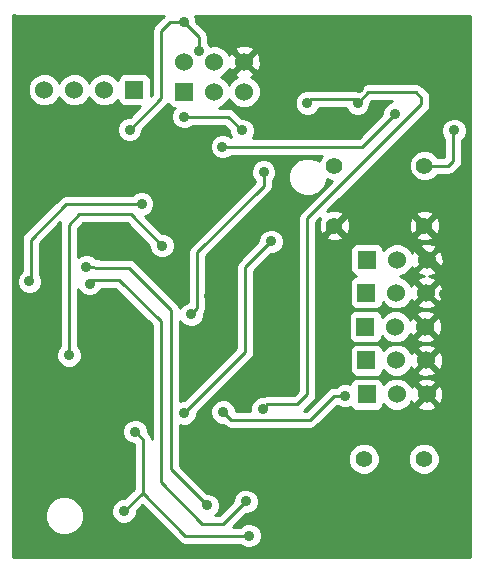
<source format=gbl>
G04 (created by PCBNEW (2013-07-07 BZR 4022)-stable) date 9/14/2015 5:12:49 PM*
%MOIN*%
G04 Gerber Fmt 3.4, Leading zero omitted, Abs format*
%FSLAX34Y34*%
G01*
G70*
G90*
G04 APERTURE LIST*
%ADD10C,0.00590551*%
%ADD11C,0.055*%
%ADD12R,0.06X0.06*%
%ADD13C,0.06*%
%ADD14C,0.056*%
%ADD15C,0.035*%
%ADD16C,0.01*%
G04 APERTURE END LIST*
G54D10*
G54D11*
X40305Y-23443D03*
X40305Y-25443D03*
X37305Y-23443D03*
X37305Y-25443D03*
G54D12*
X30630Y-20916D03*
G54D13*
X29630Y-20916D03*
X28630Y-20916D03*
X27630Y-20916D03*
G54D14*
X40280Y-33217D03*
X38280Y-33217D03*
G54D12*
X32291Y-20980D03*
G54D13*
X32291Y-19980D03*
X33291Y-20980D03*
X33291Y-19980D03*
X34291Y-20980D03*
X34291Y-19980D03*
G54D12*
X38374Y-31066D03*
G54D13*
X39374Y-31066D03*
X40374Y-31066D03*
G54D12*
X38370Y-29929D03*
G54D13*
X39370Y-29929D03*
X40370Y-29929D03*
G54D12*
X38338Y-28811D03*
G54D13*
X39338Y-28811D03*
X40338Y-28811D03*
G54D12*
X38362Y-27677D03*
G54D13*
X39362Y-27677D03*
X40362Y-27677D03*
G54D12*
X38385Y-26578D03*
G54D13*
X39385Y-26578D03*
X40385Y-26578D03*
G54D15*
X33053Y-34768D03*
X29032Y-26824D03*
X34450Y-35779D03*
X30287Y-34960D03*
X30661Y-32309D03*
X34915Y-31552D03*
X34348Y-34634D03*
X29140Y-27377D03*
X38072Y-21355D03*
X36399Y-21355D03*
X28455Y-29762D03*
X31555Y-26112D03*
X31605Y-26932D03*
X27805Y-24432D03*
X33757Y-33799D03*
X34837Y-34006D03*
X35776Y-20830D03*
X38107Y-20865D03*
X40948Y-27728D03*
X40039Y-26063D03*
X32425Y-22490D03*
X31417Y-23714D03*
X33116Y-27788D03*
X33907Y-27837D03*
X32295Y-21812D03*
X34215Y-22272D03*
X33590Y-31652D03*
X37649Y-31112D03*
X30875Y-24720D03*
X27138Y-27305D03*
X34945Y-23662D03*
X32525Y-28402D03*
X41295Y-22272D03*
X33571Y-22811D03*
X39325Y-21719D03*
X30477Y-22244D03*
X32275Y-18652D03*
X32775Y-19632D03*
X32290Y-31697D03*
X35195Y-25968D03*
G54D16*
X31855Y-33570D02*
X33053Y-34768D01*
X31855Y-28242D02*
X31855Y-33570D01*
X30455Y-26842D02*
X31855Y-28242D01*
X29576Y-26842D02*
X30455Y-26842D01*
X29032Y-26824D02*
X29576Y-26842D01*
X30906Y-34341D02*
X30906Y-34354D01*
X32330Y-35779D02*
X34450Y-35779D01*
X30906Y-34354D02*
X32330Y-35779D01*
X30913Y-34334D02*
X30906Y-34341D01*
X30906Y-34341D02*
X30287Y-34960D01*
X30913Y-32561D02*
X30913Y-34334D01*
X30661Y-32309D02*
X30913Y-32561D01*
X38431Y-20996D02*
X38072Y-21355D01*
X40021Y-20996D02*
X38431Y-20996D01*
X40201Y-21176D02*
X40021Y-20996D01*
X40201Y-21402D02*
X40201Y-21176D01*
X36399Y-25204D02*
X40201Y-21402D01*
X36399Y-31068D02*
X36399Y-25204D01*
X36065Y-31402D02*
X36399Y-31068D01*
X35065Y-31402D02*
X36065Y-31402D01*
X34915Y-31552D02*
X35065Y-31402D01*
X34341Y-34634D02*
X34348Y-34634D01*
X33585Y-35390D02*
X34341Y-34634D01*
X32896Y-35390D02*
X33585Y-35390D01*
X31510Y-34004D02*
X32896Y-35390D01*
X31510Y-28636D02*
X31510Y-34004D01*
X30124Y-27250D02*
X31510Y-28636D01*
X29267Y-27250D02*
X30124Y-27250D01*
X29140Y-27377D02*
X29267Y-27250D01*
X38072Y-21355D02*
X37946Y-21229D01*
X37946Y-21229D02*
X36525Y-21229D01*
X36525Y-21229D02*
X36399Y-21355D01*
X28455Y-25422D02*
X28455Y-29762D01*
X28805Y-25072D02*
X28455Y-25422D01*
X30515Y-25072D02*
X28805Y-25072D01*
X31555Y-26112D02*
X30515Y-25072D01*
X32065Y-26472D02*
X31605Y-26932D01*
X32065Y-24982D02*
X32065Y-26472D01*
X31265Y-24182D02*
X32065Y-24982D01*
X28055Y-24182D02*
X31265Y-24182D01*
X27805Y-24432D02*
X28055Y-24182D01*
X34630Y-33799D02*
X33757Y-33799D01*
X34837Y-34006D02*
X34630Y-33799D01*
X38072Y-20830D02*
X35776Y-20830D01*
X38107Y-20865D02*
X38072Y-20830D01*
X40948Y-26972D02*
X40948Y-27728D01*
X40039Y-26063D02*
X40948Y-26972D01*
X32425Y-22706D02*
X32425Y-22490D01*
X31417Y-23714D02*
X32425Y-22706D01*
X33116Y-27788D02*
X33165Y-27837D01*
X33165Y-27837D02*
X33907Y-27837D01*
X33755Y-21812D02*
X32295Y-21812D01*
X34215Y-22272D02*
X33755Y-21812D01*
X33590Y-31652D02*
X33851Y-31913D01*
X33851Y-31913D02*
X36484Y-31913D01*
X36484Y-31913D02*
X37285Y-31112D01*
X37285Y-31112D02*
X37649Y-31112D01*
X28367Y-24720D02*
X30875Y-24720D01*
X27179Y-25908D02*
X28367Y-24720D01*
X27179Y-27264D02*
X27179Y-25908D01*
X27138Y-27305D02*
X27179Y-27264D01*
X34945Y-24112D02*
X34945Y-23662D01*
X32725Y-26332D02*
X34945Y-24112D01*
X32725Y-28202D02*
X32725Y-26332D01*
X32525Y-28402D02*
X32725Y-28202D01*
X41104Y-23443D02*
X40305Y-23443D01*
X41265Y-23282D02*
X41104Y-23443D01*
X41265Y-22302D02*
X41265Y-23282D01*
X41295Y-22272D02*
X41265Y-22302D01*
X38233Y-22811D02*
X33571Y-22811D01*
X39325Y-21719D02*
X38233Y-22811D01*
X31822Y-18652D02*
X32275Y-18652D01*
X31527Y-18947D02*
X31822Y-18652D01*
X31527Y-21194D02*
X31527Y-18947D01*
X30477Y-22244D02*
X31527Y-21194D01*
X32275Y-18652D02*
X32775Y-19152D01*
X32775Y-19152D02*
X32775Y-19632D01*
X34330Y-29657D02*
X32290Y-31697D01*
X34330Y-26833D02*
X34330Y-29657D01*
X35195Y-25968D02*
X34330Y-26833D01*
G54D10*
G36*
X41835Y-36486D02*
X41720Y-36486D01*
X41720Y-22188D01*
X41655Y-22032D01*
X41536Y-21912D01*
X41379Y-21847D01*
X41210Y-21847D01*
X41054Y-21911D01*
X40934Y-22031D01*
X40870Y-22187D01*
X40869Y-22356D01*
X40934Y-22512D01*
X40965Y-22543D01*
X40965Y-23143D01*
X40747Y-23143D01*
X40602Y-22998D01*
X40409Y-22918D01*
X40201Y-22917D01*
X40008Y-22997D01*
X39860Y-23145D01*
X39780Y-23338D01*
X39779Y-23546D01*
X39859Y-23740D01*
X40007Y-23887D01*
X40200Y-23967D01*
X40408Y-23968D01*
X40602Y-23888D01*
X40747Y-23743D01*
X41104Y-23743D01*
X41104Y-23742D01*
X41219Y-23720D01*
X41219Y-23720D01*
X41316Y-23655D01*
X41477Y-23494D01*
X41477Y-23494D01*
X41542Y-23397D01*
X41564Y-23282D01*
X41565Y-23282D01*
X41565Y-22603D01*
X41655Y-22513D01*
X41719Y-22357D01*
X41720Y-22188D01*
X41720Y-36486D01*
X40940Y-36486D01*
X40940Y-26660D01*
X40929Y-26441D01*
X40867Y-26290D01*
X40834Y-26281D01*
X40834Y-25518D01*
X40823Y-25310D01*
X40765Y-25170D01*
X40672Y-25145D01*
X40602Y-25216D01*
X40602Y-25075D01*
X40577Y-24982D01*
X40380Y-24913D01*
X40172Y-24924D01*
X40032Y-24982D01*
X40007Y-25075D01*
X40305Y-25372D01*
X40602Y-25075D01*
X40602Y-25216D01*
X40375Y-25443D01*
X40672Y-25740D01*
X40765Y-25715D01*
X40834Y-25518D01*
X40834Y-26281D01*
X40771Y-26263D01*
X40701Y-26334D01*
X40701Y-26192D01*
X40673Y-26097D01*
X40602Y-26071D01*
X40602Y-25810D01*
X40305Y-25513D01*
X40234Y-25584D01*
X40234Y-25443D01*
X39937Y-25145D01*
X39844Y-25170D01*
X39775Y-25367D01*
X39786Y-25575D01*
X39844Y-25715D01*
X39937Y-25740D01*
X40234Y-25443D01*
X40234Y-25584D01*
X40007Y-25810D01*
X40032Y-25903D01*
X40229Y-25972D01*
X40437Y-25961D01*
X40577Y-25903D01*
X40602Y-25810D01*
X40602Y-26071D01*
X40467Y-26023D01*
X40249Y-26034D01*
X40097Y-26097D01*
X40070Y-26192D01*
X40385Y-26508D01*
X40701Y-26192D01*
X40701Y-26334D01*
X40456Y-26578D01*
X40771Y-26893D01*
X40867Y-26866D01*
X40940Y-26660D01*
X40940Y-36486D01*
X40928Y-36486D01*
X40928Y-31148D01*
X40924Y-31070D01*
X40924Y-30010D01*
X40916Y-29853D01*
X40916Y-27758D01*
X40906Y-27540D01*
X40843Y-27389D01*
X40748Y-27361D01*
X40701Y-27409D01*
X40701Y-26964D01*
X40385Y-26649D01*
X40315Y-26720D01*
X40315Y-26578D01*
X39999Y-26263D01*
X39904Y-26290D01*
X39884Y-26346D01*
X39852Y-26267D01*
X39697Y-26112D01*
X39495Y-26028D01*
X39276Y-26028D01*
X39074Y-26112D01*
X38935Y-26250D01*
X38935Y-26229D01*
X38897Y-26137D01*
X38827Y-26066D01*
X38735Y-26028D01*
X38636Y-26028D01*
X38036Y-26028D01*
X37944Y-26066D01*
X37874Y-26136D01*
X37835Y-26228D01*
X37835Y-26328D01*
X37835Y-26928D01*
X37873Y-27020D01*
X37944Y-27090D01*
X38032Y-27127D01*
X38012Y-27127D01*
X37920Y-27165D01*
X37850Y-27235D01*
X37834Y-27272D01*
X37834Y-25518D01*
X37823Y-25310D01*
X37765Y-25170D01*
X37672Y-25145D01*
X37375Y-25443D01*
X37672Y-25740D01*
X37765Y-25715D01*
X37834Y-25518D01*
X37834Y-27272D01*
X37812Y-27327D01*
X37812Y-27426D01*
X37812Y-28026D01*
X37850Y-28118D01*
X37920Y-28188D01*
X38012Y-28227D01*
X38111Y-28227D01*
X38711Y-28227D01*
X38803Y-28189D01*
X38874Y-28118D01*
X38912Y-28027D01*
X38912Y-28004D01*
X39050Y-28143D01*
X39252Y-28227D01*
X39471Y-28227D01*
X39673Y-28143D01*
X39828Y-27989D01*
X39859Y-27913D01*
X39880Y-27965D01*
X39976Y-27992D01*
X40291Y-27677D01*
X39976Y-27361D01*
X39880Y-27389D01*
X39861Y-27444D01*
X39828Y-27366D01*
X39674Y-27211D01*
X39475Y-27128D01*
X39494Y-27128D01*
X39696Y-27045D01*
X39851Y-26890D01*
X39883Y-26815D01*
X39904Y-26866D01*
X39999Y-26893D01*
X40315Y-26578D01*
X40315Y-26720D01*
X40070Y-26964D01*
X40097Y-27059D01*
X40293Y-27129D01*
X40225Y-27133D01*
X40074Y-27195D01*
X40047Y-27291D01*
X40362Y-27606D01*
X40677Y-27291D01*
X40650Y-27195D01*
X40454Y-27126D01*
X40522Y-27122D01*
X40673Y-27059D01*
X40701Y-26964D01*
X40701Y-27409D01*
X40432Y-27677D01*
X40748Y-27992D01*
X40843Y-27965D01*
X40916Y-27758D01*
X40916Y-29853D01*
X40913Y-29792D01*
X40893Y-29742D01*
X40893Y-28892D01*
X40882Y-28674D01*
X40819Y-28523D01*
X40724Y-28495D01*
X40677Y-28542D01*
X40677Y-28063D01*
X40362Y-27747D01*
X40047Y-28063D01*
X40074Y-28158D01*
X40280Y-28231D01*
X40498Y-28221D01*
X40650Y-28158D01*
X40677Y-28063D01*
X40677Y-28542D01*
X40653Y-28566D01*
X40653Y-28425D01*
X40626Y-28329D01*
X40420Y-28256D01*
X40201Y-28267D01*
X40050Y-28329D01*
X40023Y-28425D01*
X40338Y-28740D01*
X40653Y-28425D01*
X40653Y-28566D01*
X40409Y-28811D01*
X40724Y-29126D01*
X40819Y-29098D01*
X40893Y-28892D01*
X40893Y-29742D01*
X40851Y-29641D01*
X40755Y-29613D01*
X40685Y-29684D01*
X40685Y-29543D01*
X40657Y-29447D01*
X40653Y-29446D01*
X40653Y-29196D01*
X40338Y-28881D01*
X40267Y-28952D01*
X40267Y-28811D01*
X39952Y-28495D01*
X39857Y-28523D01*
X39837Y-28578D01*
X39805Y-28499D01*
X39650Y-28345D01*
X39448Y-28261D01*
X39229Y-28260D01*
X39027Y-28344D01*
X38888Y-28483D01*
X38888Y-28461D01*
X38850Y-28369D01*
X38780Y-28299D01*
X38688Y-28261D01*
X38589Y-28260D01*
X37989Y-28260D01*
X37897Y-28298D01*
X37826Y-28369D01*
X37788Y-28461D01*
X37788Y-28560D01*
X37788Y-29160D01*
X37826Y-29252D01*
X37896Y-29322D01*
X37988Y-29360D01*
X38088Y-29361D01*
X38688Y-29361D01*
X38780Y-29323D01*
X38850Y-29252D01*
X38888Y-29160D01*
X38888Y-29138D01*
X39026Y-29277D01*
X39228Y-29360D01*
X39447Y-29361D01*
X39649Y-29277D01*
X39804Y-29122D01*
X39835Y-29047D01*
X39857Y-29098D01*
X39952Y-29126D01*
X40267Y-28811D01*
X40267Y-28952D01*
X40023Y-29196D01*
X40050Y-29292D01*
X40256Y-29365D01*
X40475Y-29354D01*
X40626Y-29292D01*
X40653Y-29196D01*
X40653Y-29446D01*
X40451Y-29374D01*
X40233Y-29385D01*
X40082Y-29447D01*
X40054Y-29543D01*
X40370Y-29858D01*
X40685Y-29543D01*
X40685Y-29684D01*
X40440Y-29929D01*
X40755Y-30244D01*
X40851Y-30216D01*
X40924Y-30010D01*
X40924Y-31070D01*
X40917Y-30930D01*
X40855Y-30779D01*
X40759Y-30751D01*
X40689Y-30822D01*
X40689Y-30681D01*
X40685Y-30667D01*
X40685Y-30315D01*
X40370Y-29999D01*
X40299Y-30070D01*
X40299Y-29929D01*
X39984Y-29613D01*
X39888Y-29641D01*
X39869Y-29696D01*
X39836Y-29617D01*
X39682Y-29463D01*
X39479Y-29379D01*
X39261Y-29379D01*
X39058Y-29462D01*
X38920Y-29601D01*
X38920Y-29579D01*
X38882Y-29487D01*
X38811Y-29417D01*
X38720Y-29379D01*
X38620Y-29379D01*
X38020Y-29379D01*
X37928Y-29417D01*
X37858Y-29487D01*
X37820Y-29579D01*
X37820Y-29678D01*
X37820Y-30278D01*
X37858Y-30370D01*
X37928Y-30440D01*
X38020Y-30479D01*
X38119Y-30479D01*
X38719Y-30479D01*
X38811Y-30441D01*
X38881Y-30370D01*
X38920Y-30279D01*
X38920Y-30256D01*
X39058Y-30395D01*
X39260Y-30479D01*
X39479Y-30479D01*
X39681Y-30395D01*
X39836Y-30241D01*
X39867Y-30165D01*
X39888Y-30216D01*
X39984Y-30244D01*
X40299Y-29929D01*
X40299Y-30070D01*
X40054Y-30315D01*
X40082Y-30410D01*
X40288Y-30483D01*
X40506Y-30472D01*
X40657Y-30410D01*
X40685Y-30315D01*
X40685Y-30667D01*
X40661Y-30585D01*
X40455Y-30512D01*
X40237Y-30523D01*
X40086Y-30585D01*
X40058Y-30681D01*
X40374Y-30996D01*
X40689Y-30681D01*
X40689Y-30822D01*
X40444Y-31066D01*
X40759Y-31382D01*
X40855Y-31354D01*
X40928Y-31148D01*
X40928Y-36486D01*
X40810Y-36486D01*
X40810Y-33112D01*
X40729Y-32917D01*
X40689Y-32877D01*
X40689Y-31452D01*
X40374Y-31137D01*
X40058Y-31452D01*
X40086Y-31548D01*
X40292Y-31621D01*
X40510Y-31610D01*
X40661Y-31548D01*
X40689Y-31452D01*
X40689Y-32877D01*
X40580Y-32768D01*
X40385Y-32687D01*
X40175Y-32687D01*
X39980Y-32767D01*
X39830Y-32916D01*
X39750Y-33111D01*
X39749Y-33322D01*
X39830Y-33517D01*
X39979Y-33666D01*
X40174Y-33747D01*
X40384Y-33747D01*
X40579Y-33667D01*
X40729Y-33518D01*
X40809Y-33323D01*
X40810Y-33112D01*
X40810Y-36486D01*
X38810Y-36486D01*
X38810Y-33112D01*
X38729Y-32917D01*
X38580Y-32768D01*
X38385Y-32687D01*
X38175Y-32687D01*
X37980Y-32767D01*
X37830Y-32916D01*
X37750Y-33111D01*
X37749Y-33322D01*
X37830Y-33517D01*
X37979Y-33666D01*
X38174Y-33747D01*
X38384Y-33747D01*
X38579Y-33667D01*
X38729Y-33518D01*
X38809Y-33323D01*
X38810Y-33112D01*
X38810Y-36486D01*
X28941Y-36486D01*
X28941Y-34986D01*
X28843Y-34749D01*
X28662Y-34568D01*
X28426Y-34470D01*
X28170Y-34469D01*
X27933Y-34567D01*
X27752Y-34748D01*
X27654Y-34984D01*
X27654Y-35240D01*
X27752Y-35477D01*
X27933Y-35658D01*
X28169Y-35756D01*
X28425Y-35757D01*
X28662Y-35659D01*
X28843Y-35478D01*
X28941Y-35242D01*
X28941Y-34986D01*
X28941Y-36486D01*
X26589Y-36486D01*
X26589Y-18432D01*
X26624Y-18432D01*
X26670Y-18441D01*
X26740Y-18441D01*
X31609Y-18441D01*
X31314Y-18735D01*
X31249Y-18832D01*
X31227Y-18947D01*
X31227Y-21070D01*
X31180Y-21117D01*
X31180Y-20566D01*
X31142Y-20475D01*
X31071Y-20404D01*
X30979Y-20366D01*
X30880Y-20366D01*
X30280Y-20366D01*
X30188Y-20404D01*
X30118Y-20474D01*
X30080Y-20566D01*
X30080Y-20588D01*
X29941Y-20450D01*
X29739Y-20366D01*
X29521Y-20366D01*
X29318Y-20449D01*
X29164Y-20604D01*
X29130Y-20686D01*
X29096Y-20605D01*
X28941Y-20450D01*
X28739Y-20366D01*
X28521Y-20366D01*
X28318Y-20449D01*
X28164Y-20604D01*
X28130Y-20686D01*
X28096Y-20605D01*
X27941Y-20450D01*
X27739Y-20366D01*
X27521Y-20366D01*
X27318Y-20449D01*
X27164Y-20604D01*
X27080Y-20806D01*
X27079Y-21025D01*
X27163Y-21227D01*
X27318Y-21382D01*
X27520Y-21466D01*
X27738Y-21466D01*
X27941Y-21383D01*
X28095Y-21228D01*
X28129Y-21146D01*
X28163Y-21227D01*
X28318Y-21382D01*
X28520Y-21466D01*
X28738Y-21466D01*
X28941Y-21383D01*
X29095Y-21228D01*
X29129Y-21146D01*
X29163Y-21227D01*
X29318Y-21382D01*
X29520Y-21466D01*
X29738Y-21466D01*
X29941Y-21383D01*
X30079Y-21244D01*
X30079Y-21266D01*
X30117Y-21357D01*
X30188Y-21428D01*
X30280Y-21466D01*
X30379Y-21466D01*
X30830Y-21466D01*
X30477Y-21819D01*
X30392Y-21819D01*
X30236Y-21883D01*
X30116Y-22003D01*
X30052Y-22159D01*
X30051Y-22328D01*
X30116Y-22484D01*
X30235Y-22604D01*
X30392Y-22669D01*
X30561Y-22669D01*
X30717Y-22605D01*
X30837Y-22485D01*
X30901Y-22329D01*
X30902Y-22243D01*
X31739Y-21406D01*
X31739Y-21406D01*
X31760Y-21375D01*
X31779Y-21421D01*
X31849Y-21492D01*
X31941Y-21530D01*
X31976Y-21530D01*
X31934Y-21571D01*
X31870Y-21727D01*
X31869Y-21896D01*
X31934Y-22052D01*
X32053Y-22172D01*
X32210Y-22237D01*
X32379Y-22237D01*
X32535Y-22173D01*
X32596Y-22112D01*
X33630Y-22112D01*
X33790Y-22271D01*
X33789Y-22356D01*
X33841Y-22480D01*
X33812Y-22451D01*
X33655Y-22386D01*
X33486Y-22386D01*
X33330Y-22450D01*
X33210Y-22570D01*
X33146Y-22726D01*
X33145Y-22895D01*
X33210Y-23051D01*
X33329Y-23171D01*
X33486Y-23236D01*
X33655Y-23236D01*
X33811Y-23172D01*
X33872Y-23111D01*
X36893Y-23111D01*
X36860Y-23145D01*
X36797Y-23297D01*
X36772Y-23273D01*
X36536Y-23175D01*
X36280Y-23174D01*
X36043Y-23272D01*
X35862Y-23453D01*
X35764Y-23689D01*
X35764Y-23945D01*
X35862Y-24182D01*
X36043Y-24363D01*
X36279Y-24461D01*
X36535Y-24462D01*
X36772Y-24364D01*
X36953Y-24183D01*
X37051Y-23947D01*
X37051Y-23906D01*
X37200Y-23967D01*
X37211Y-23967D01*
X36186Y-24992D01*
X36121Y-25089D01*
X36099Y-25204D01*
X36099Y-30944D01*
X35940Y-31102D01*
X35620Y-31102D01*
X35620Y-25884D01*
X35555Y-25728D01*
X35436Y-25608D01*
X35279Y-25543D01*
X35110Y-25543D01*
X34954Y-25607D01*
X34834Y-25727D01*
X34770Y-25883D01*
X34769Y-25969D01*
X34117Y-26621D01*
X34052Y-26718D01*
X34030Y-26833D01*
X34030Y-29533D01*
X32290Y-31272D01*
X32205Y-31272D01*
X32155Y-31293D01*
X32155Y-28619D01*
X32164Y-28642D01*
X32283Y-28762D01*
X32440Y-28827D01*
X32609Y-28827D01*
X32765Y-28763D01*
X32885Y-28643D01*
X32949Y-28487D01*
X32950Y-28395D01*
X32950Y-28395D01*
X33002Y-28317D01*
X33024Y-28202D01*
X33025Y-28202D01*
X33025Y-26456D01*
X35157Y-24324D01*
X35157Y-24324D01*
X35222Y-24227D01*
X35244Y-24112D01*
X35245Y-24112D01*
X35245Y-23963D01*
X35305Y-23903D01*
X35369Y-23747D01*
X35370Y-23578D01*
X35305Y-23422D01*
X35186Y-23302D01*
X35029Y-23237D01*
X34860Y-23237D01*
X34704Y-23301D01*
X34584Y-23421D01*
X34520Y-23577D01*
X34519Y-23746D01*
X34584Y-23902D01*
X34645Y-23963D01*
X34645Y-23988D01*
X32512Y-26120D01*
X32447Y-26217D01*
X32425Y-26332D01*
X32425Y-27983D01*
X32284Y-28041D01*
X32164Y-28161D01*
X32147Y-28203D01*
X32132Y-28127D01*
X32067Y-28030D01*
X32067Y-28030D01*
X30667Y-26630D01*
X30569Y-26565D01*
X30455Y-26542D01*
X29587Y-26542D01*
X29585Y-26542D01*
X29343Y-26534D01*
X29273Y-26463D01*
X29116Y-26399D01*
X28947Y-26398D01*
X28791Y-26463D01*
X28755Y-26500D01*
X28755Y-25546D01*
X28929Y-25372D01*
X30390Y-25372D01*
X31130Y-26111D01*
X31129Y-26196D01*
X31194Y-26352D01*
X31313Y-26472D01*
X31470Y-26537D01*
X31639Y-26537D01*
X31795Y-26473D01*
X31915Y-26353D01*
X31979Y-26197D01*
X31980Y-26028D01*
X31915Y-25872D01*
X31796Y-25752D01*
X31639Y-25687D01*
X31554Y-25687D01*
X30996Y-25130D01*
X31115Y-25081D01*
X31235Y-24961D01*
X31299Y-24805D01*
X31300Y-24636D01*
X31235Y-24480D01*
X31116Y-24360D01*
X30959Y-24295D01*
X30790Y-24295D01*
X30634Y-24359D01*
X30573Y-24420D01*
X28367Y-24420D01*
X28252Y-24443D01*
X28154Y-24508D01*
X26966Y-25696D01*
X26901Y-25793D01*
X26879Y-25908D01*
X26879Y-26963D01*
X26777Y-27064D01*
X26713Y-27220D01*
X26712Y-27389D01*
X26777Y-27545D01*
X26896Y-27665D01*
X27053Y-27730D01*
X27222Y-27730D01*
X27378Y-27666D01*
X27498Y-27546D01*
X27562Y-27390D01*
X27563Y-27221D01*
X27498Y-27065D01*
X27479Y-27045D01*
X27479Y-26032D01*
X28171Y-25340D01*
X28155Y-25422D01*
X28155Y-29461D01*
X28094Y-29521D01*
X28030Y-29677D01*
X28029Y-29846D01*
X28094Y-30002D01*
X28213Y-30122D01*
X28370Y-30187D01*
X28539Y-30187D01*
X28695Y-30123D01*
X28815Y-30003D01*
X28879Y-29847D01*
X28880Y-29678D01*
X28815Y-29522D01*
X28755Y-29461D01*
X28755Y-27558D01*
X28779Y-27617D01*
X28898Y-27737D01*
X29055Y-27802D01*
X29224Y-27802D01*
X29380Y-27738D01*
X29500Y-27618D01*
X29528Y-27550D01*
X29999Y-27550D01*
X31210Y-28760D01*
X31210Y-32546D01*
X31190Y-32446D01*
X31125Y-32349D01*
X31125Y-32349D01*
X31085Y-32310D01*
X31086Y-32225D01*
X31021Y-32069D01*
X30902Y-31949D01*
X30745Y-31884D01*
X30576Y-31884D01*
X30420Y-31948D01*
X30300Y-32068D01*
X30236Y-32224D01*
X30235Y-32393D01*
X30300Y-32549D01*
X30419Y-32669D01*
X30576Y-32734D01*
X30613Y-32734D01*
X30613Y-34210D01*
X30288Y-34535D01*
X30203Y-34534D01*
X30047Y-34599D01*
X29927Y-34718D01*
X29862Y-34875D01*
X29862Y-35044D01*
X29926Y-35200D01*
X30046Y-35320D01*
X30202Y-35384D01*
X30371Y-35385D01*
X30527Y-35320D01*
X30647Y-35201D01*
X30712Y-35044D01*
X30712Y-34959D01*
X30899Y-34772D01*
X32118Y-35991D01*
X32118Y-35991D01*
X32215Y-36056D01*
X32330Y-36078D01*
X32330Y-36079D01*
X34148Y-36079D01*
X34208Y-36139D01*
X34365Y-36203D01*
X34534Y-36204D01*
X34690Y-36139D01*
X34810Y-36020D01*
X34874Y-35863D01*
X34875Y-35694D01*
X34810Y-35538D01*
X34691Y-35418D01*
X34534Y-35354D01*
X34365Y-35353D01*
X34209Y-35418D01*
X34148Y-35479D01*
X33920Y-35479D01*
X34340Y-35059D01*
X34432Y-35059D01*
X34588Y-34995D01*
X34708Y-34875D01*
X34772Y-34719D01*
X34773Y-34550D01*
X34708Y-34394D01*
X34589Y-34274D01*
X34432Y-34209D01*
X34263Y-34209D01*
X34107Y-34273D01*
X33987Y-34393D01*
X33923Y-34549D01*
X33923Y-34628D01*
X33460Y-35090D01*
X33332Y-35090D01*
X33413Y-35009D01*
X33477Y-34853D01*
X33478Y-34684D01*
X33413Y-34528D01*
X33294Y-34408D01*
X33137Y-34343D01*
X33052Y-34343D01*
X32155Y-33446D01*
X32155Y-32101D01*
X32205Y-32122D01*
X32374Y-32122D01*
X32530Y-32058D01*
X32650Y-31938D01*
X32714Y-31782D01*
X32715Y-31696D01*
X34542Y-29869D01*
X34542Y-29869D01*
X34607Y-29772D01*
X34629Y-29657D01*
X34630Y-29657D01*
X34630Y-26957D01*
X35194Y-26393D01*
X35279Y-26393D01*
X35435Y-26329D01*
X35555Y-26209D01*
X35619Y-26053D01*
X35620Y-25884D01*
X35620Y-31102D01*
X35065Y-31102D01*
X34950Y-31125D01*
X34946Y-31127D01*
X34830Y-31127D01*
X34674Y-31191D01*
X34554Y-31311D01*
X34490Y-31467D01*
X34489Y-31613D01*
X34015Y-31613D01*
X34015Y-31568D01*
X33951Y-31412D01*
X33831Y-31292D01*
X33675Y-31227D01*
X33506Y-31227D01*
X33350Y-31291D01*
X33230Y-31411D01*
X33165Y-31567D01*
X33165Y-31736D01*
X33229Y-31892D01*
X33349Y-32012D01*
X33505Y-32077D01*
X33591Y-32077D01*
X33639Y-32125D01*
X33639Y-32125D01*
X33736Y-32190D01*
X33851Y-32213D01*
X33851Y-32213D01*
X36484Y-32213D01*
X36484Y-32213D01*
X36598Y-32190D01*
X36598Y-32190D01*
X36696Y-32125D01*
X37378Y-31442D01*
X37408Y-31472D01*
X37564Y-31537D01*
X37733Y-31537D01*
X37853Y-31488D01*
X37861Y-31508D01*
X37932Y-31578D01*
X38024Y-31616D01*
X38123Y-31616D01*
X38723Y-31616D01*
X38815Y-31578D01*
X38885Y-31508D01*
X38923Y-31416D01*
X38923Y-31394D01*
X39062Y-31532D01*
X39264Y-31616D01*
X39482Y-31617D01*
X39685Y-31533D01*
X39840Y-31378D01*
X39871Y-31303D01*
X39892Y-31354D01*
X39988Y-31382D01*
X40303Y-31066D01*
X39988Y-30751D01*
X39892Y-30779D01*
X39873Y-30834D01*
X39840Y-30755D01*
X39685Y-30600D01*
X39483Y-30517D01*
X39265Y-30516D01*
X39062Y-30600D01*
X38924Y-30738D01*
X38924Y-30717D01*
X38886Y-30625D01*
X38815Y-30555D01*
X38723Y-30516D01*
X38624Y-30516D01*
X38024Y-30516D01*
X37932Y-30554D01*
X37862Y-30625D01*
X37824Y-30716D01*
X37824Y-30724D01*
X37734Y-30687D01*
X37602Y-30687D01*
X37602Y-25810D01*
X37305Y-25513D01*
X37007Y-25810D01*
X37032Y-25903D01*
X37229Y-25972D01*
X37437Y-25961D01*
X37577Y-25903D01*
X37602Y-25810D01*
X37602Y-30687D01*
X37565Y-30687D01*
X37409Y-30751D01*
X37348Y-30812D01*
X37285Y-30812D01*
X37170Y-30835D01*
X37072Y-30900D01*
X36359Y-31613D01*
X36278Y-31613D01*
X36611Y-31280D01*
X36611Y-31280D01*
X36676Y-31183D01*
X36698Y-31068D01*
X36699Y-31068D01*
X36699Y-25328D01*
X36837Y-25190D01*
X36775Y-25367D01*
X36786Y-25575D01*
X36844Y-25715D01*
X36937Y-25740D01*
X37234Y-25443D01*
X37228Y-25437D01*
X37299Y-25366D01*
X37305Y-25372D01*
X37602Y-25075D01*
X37577Y-24982D01*
X37380Y-24913D01*
X37172Y-24924D01*
X37054Y-24973D01*
X40413Y-21614D01*
X40413Y-21614D01*
X40478Y-21517D01*
X40500Y-21402D01*
X40501Y-21402D01*
X40501Y-21176D01*
X40478Y-21061D01*
X40413Y-20964D01*
X40413Y-20964D01*
X40233Y-20784D01*
X40135Y-20719D01*
X40021Y-20696D01*
X38431Y-20696D01*
X38316Y-20719D01*
X38218Y-20784D01*
X38072Y-20930D01*
X37987Y-20930D01*
X37975Y-20935D01*
X37946Y-20929D01*
X36525Y-20929D01*
X36495Y-20935D01*
X36483Y-20930D01*
X36314Y-20930D01*
X36158Y-20994D01*
X36038Y-21114D01*
X35974Y-21270D01*
X35973Y-21439D01*
X36038Y-21595D01*
X36157Y-21715D01*
X36314Y-21780D01*
X36483Y-21780D01*
X36639Y-21716D01*
X36759Y-21596D01*
X36786Y-21529D01*
X37684Y-21529D01*
X37711Y-21595D01*
X37830Y-21715D01*
X37987Y-21780D01*
X38156Y-21780D01*
X38312Y-21716D01*
X38432Y-21596D01*
X38496Y-21440D01*
X38497Y-21354D01*
X38555Y-21296D01*
X39235Y-21296D01*
X39084Y-21358D01*
X38964Y-21478D01*
X38900Y-21634D01*
X38899Y-21720D01*
X38108Y-22511D01*
X34846Y-22511D01*
X34846Y-20062D01*
X34835Y-19843D01*
X34772Y-19692D01*
X34677Y-19665D01*
X34606Y-19735D01*
X34606Y-19594D01*
X34579Y-19499D01*
X34373Y-19425D01*
X34154Y-19436D01*
X34003Y-19499D01*
X33976Y-19594D01*
X34291Y-19909D01*
X34606Y-19594D01*
X34606Y-19735D01*
X34362Y-19980D01*
X34677Y-20295D01*
X34772Y-20268D01*
X34846Y-20062D01*
X34846Y-22511D01*
X34575Y-22511D01*
X34639Y-22357D01*
X34640Y-22188D01*
X34575Y-22032D01*
X34456Y-21912D01*
X34299Y-21847D01*
X34214Y-21847D01*
X33967Y-21600D01*
X33869Y-21535D01*
X33755Y-21512D01*
X33443Y-21512D01*
X33602Y-21446D01*
X33757Y-21292D01*
X33791Y-21210D01*
X33824Y-21291D01*
X33979Y-21446D01*
X34181Y-21530D01*
X34400Y-21530D01*
X34602Y-21446D01*
X34757Y-21292D01*
X34841Y-21090D01*
X34841Y-20871D01*
X34757Y-20669D01*
X34603Y-20514D01*
X34527Y-20482D01*
X34579Y-20461D01*
X34606Y-20366D01*
X34291Y-20051D01*
X33976Y-20366D01*
X34003Y-20461D01*
X34058Y-20481D01*
X33980Y-20513D01*
X33825Y-20668D01*
X33791Y-20750D01*
X33757Y-20669D01*
X33603Y-20514D01*
X33521Y-20480D01*
X33602Y-20446D01*
X33757Y-20292D01*
X33788Y-20216D01*
X33810Y-20268D01*
X33905Y-20295D01*
X34220Y-19980D01*
X33905Y-19665D01*
X33810Y-19692D01*
X33790Y-19747D01*
X33757Y-19669D01*
X33603Y-19514D01*
X33401Y-19430D01*
X33182Y-19430D01*
X33155Y-19441D01*
X33135Y-19392D01*
X33075Y-19331D01*
X33075Y-19152D01*
X33052Y-19037D01*
X32987Y-18940D01*
X32987Y-18940D01*
X32699Y-18653D01*
X32700Y-18568D01*
X32647Y-18441D01*
X41835Y-18441D01*
X41835Y-36486D01*
X41835Y-36486D01*
G37*
G54D16*
X41835Y-36486D02*
X41720Y-36486D01*
X41720Y-22188D01*
X41655Y-22032D01*
X41536Y-21912D01*
X41379Y-21847D01*
X41210Y-21847D01*
X41054Y-21911D01*
X40934Y-22031D01*
X40870Y-22187D01*
X40869Y-22356D01*
X40934Y-22512D01*
X40965Y-22543D01*
X40965Y-23143D01*
X40747Y-23143D01*
X40602Y-22998D01*
X40409Y-22918D01*
X40201Y-22917D01*
X40008Y-22997D01*
X39860Y-23145D01*
X39780Y-23338D01*
X39779Y-23546D01*
X39859Y-23740D01*
X40007Y-23887D01*
X40200Y-23967D01*
X40408Y-23968D01*
X40602Y-23888D01*
X40747Y-23743D01*
X41104Y-23743D01*
X41104Y-23742D01*
X41219Y-23720D01*
X41219Y-23720D01*
X41316Y-23655D01*
X41477Y-23494D01*
X41477Y-23494D01*
X41542Y-23397D01*
X41564Y-23282D01*
X41565Y-23282D01*
X41565Y-22603D01*
X41655Y-22513D01*
X41719Y-22357D01*
X41720Y-22188D01*
X41720Y-36486D01*
X40940Y-36486D01*
X40940Y-26660D01*
X40929Y-26441D01*
X40867Y-26290D01*
X40834Y-26281D01*
X40834Y-25518D01*
X40823Y-25310D01*
X40765Y-25170D01*
X40672Y-25145D01*
X40602Y-25216D01*
X40602Y-25075D01*
X40577Y-24982D01*
X40380Y-24913D01*
X40172Y-24924D01*
X40032Y-24982D01*
X40007Y-25075D01*
X40305Y-25372D01*
X40602Y-25075D01*
X40602Y-25216D01*
X40375Y-25443D01*
X40672Y-25740D01*
X40765Y-25715D01*
X40834Y-25518D01*
X40834Y-26281D01*
X40771Y-26263D01*
X40701Y-26334D01*
X40701Y-26192D01*
X40673Y-26097D01*
X40602Y-26071D01*
X40602Y-25810D01*
X40305Y-25513D01*
X40234Y-25584D01*
X40234Y-25443D01*
X39937Y-25145D01*
X39844Y-25170D01*
X39775Y-25367D01*
X39786Y-25575D01*
X39844Y-25715D01*
X39937Y-25740D01*
X40234Y-25443D01*
X40234Y-25584D01*
X40007Y-25810D01*
X40032Y-25903D01*
X40229Y-25972D01*
X40437Y-25961D01*
X40577Y-25903D01*
X40602Y-25810D01*
X40602Y-26071D01*
X40467Y-26023D01*
X40249Y-26034D01*
X40097Y-26097D01*
X40070Y-26192D01*
X40385Y-26508D01*
X40701Y-26192D01*
X40701Y-26334D01*
X40456Y-26578D01*
X40771Y-26893D01*
X40867Y-26866D01*
X40940Y-26660D01*
X40940Y-36486D01*
X40928Y-36486D01*
X40928Y-31148D01*
X40924Y-31070D01*
X40924Y-30010D01*
X40916Y-29853D01*
X40916Y-27758D01*
X40906Y-27540D01*
X40843Y-27389D01*
X40748Y-27361D01*
X40701Y-27409D01*
X40701Y-26964D01*
X40385Y-26649D01*
X40315Y-26720D01*
X40315Y-26578D01*
X39999Y-26263D01*
X39904Y-26290D01*
X39884Y-26346D01*
X39852Y-26267D01*
X39697Y-26112D01*
X39495Y-26028D01*
X39276Y-26028D01*
X39074Y-26112D01*
X38935Y-26250D01*
X38935Y-26229D01*
X38897Y-26137D01*
X38827Y-26066D01*
X38735Y-26028D01*
X38636Y-26028D01*
X38036Y-26028D01*
X37944Y-26066D01*
X37874Y-26136D01*
X37835Y-26228D01*
X37835Y-26328D01*
X37835Y-26928D01*
X37873Y-27020D01*
X37944Y-27090D01*
X38032Y-27127D01*
X38012Y-27127D01*
X37920Y-27165D01*
X37850Y-27235D01*
X37834Y-27272D01*
X37834Y-25518D01*
X37823Y-25310D01*
X37765Y-25170D01*
X37672Y-25145D01*
X37375Y-25443D01*
X37672Y-25740D01*
X37765Y-25715D01*
X37834Y-25518D01*
X37834Y-27272D01*
X37812Y-27327D01*
X37812Y-27426D01*
X37812Y-28026D01*
X37850Y-28118D01*
X37920Y-28188D01*
X38012Y-28227D01*
X38111Y-28227D01*
X38711Y-28227D01*
X38803Y-28189D01*
X38874Y-28118D01*
X38912Y-28027D01*
X38912Y-28004D01*
X39050Y-28143D01*
X39252Y-28227D01*
X39471Y-28227D01*
X39673Y-28143D01*
X39828Y-27989D01*
X39859Y-27913D01*
X39880Y-27965D01*
X39976Y-27992D01*
X40291Y-27677D01*
X39976Y-27361D01*
X39880Y-27389D01*
X39861Y-27444D01*
X39828Y-27366D01*
X39674Y-27211D01*
X39475Y-27128D01*
X39494Y-27128D01*
X39696Y-27045D01*
X39851Y-26890D01*
X39883Y-26815D01*
X39904Y-26866D01*
X39999Y-26893D01*
X40315Y-26578D01*
X40315Y-26720D01*
X40070Y-26964D01*
X40097Y-27059D01*
X40293Y-27129D01*
X40225Y-27133D01*
X40074Y-27195D01*
X40047Y-27291D01*
X40362Y-27606D01*
X40677Y-27291D01*
X40650Y-27195D01*
X40454Y-27126D01*
X40522Y-27122D01*
X40673Y-27059D01*
X40701Y-26964D01*
X40701Y-27409D01*
X40432Y-27677D01*
X40748Y-27992D01*
X40843Y-27965D01*
X40916Y-27758D01*
X40916Y-29853D01*
X40913Y-29792D01*
X40893Y-29742D01*
X40893Y-28892D01*
X40882Y-28674D01*
X40819Y-28523D01*
X40724Y-28495D01*
X40677Y-28542D01*
X40677Y-28063D01*
X40362Y-27747D01*
X40047Y-28063D01*
X40074Y-28158D01*
X40280Y-28231D01*
X40498Y-28221D01*
X40650Y-28158D01*
X40677Y-28063D01*
X40677Y-28542D01*
X40653Y-28566D01*
X40653Y-28425D01*
X40626Y-28329D01*
X40420Y-28256D01*
X40201Y-28267D01*
X40050Y-28329D01*
X40023Y-28425D01*
X40338Y-28740D01*
X40653Y-28425D01*
X40653Y-28566D01*
X40409Y-28811D01*
X40724Y-29126D01*
X40819Y-29098D01*
X40893Y-28892D01*
X40893Y-29742D01*
X40851Y-29641D01*
X40755Y-29613D01*
X40685Y-29684D01*
X40685Y-29543D01*
X40657Y-29447D01*
X40653Y-29446D01*
X40653Y-29196D01*
X40338Y-28881D01*
X40267Y-28952D01*
X40267Y-28811D01*
X39952Y-28495D01*
X39857Y-28523D01*
X39837Y-28578D01*
X39805Y-28499D01*
X39650Y-28345D01*
X39448Y-28261D01*
X39229Y-28260D01*
X39027Y-28344D01*
X38888Y-28483D01*
X38888Y-28461D01*
X38850Y-28369D01*
X38780Y-28299D01*
X38688Y-28261D01*
X38589Y-28260D01*
X37989Y-28260D01*
X37897Y-28298D01*
X37826Y-28369D01*
X37788Y-28461D01*
X37788Y-28560D01*
X37788Y-29160D01*
X37826Y-29252D01*
X37896Y-29322D01*
X37988Y-29360D01*
X38088Y-29361D01*
X38688Y-29361D01*
X38780Y-29323D01*
X38850Y-29252D01*
X38888Y-29160D01*
X38888Y-29138D01*
X39026Y-29277D01*
X39228Y-29360D01*
X39447Y-29361D01*
X39649Y-29277D01*
X39804Y-29122D01*
X39835Y-29047D01*
X39857Y-29098D01*
X39952Y-29126D01*
X40267Y-28811D01*
X40267Y-28952D01*
X40023Y-29196D01*
X40050Y-29292D01*
X40256Y-29365D01*
X40475Y-29354D01*
X40626Y-29292D01*
X40653Y-29196D01*
X40653Y-29446D01*
X40451Y-29374D01*
X40233Y-29385D01*
X40082Y-29447D01*
X40054Y-29543D01*
X40370Y-29858D01*
X40685Y-29543D01*
X40685Y-29684D01*
X40440Y-29929D01*
X40755Y-30244D01*
X40851Y-30216D01*
X40924Y-30010D01*
X40924Y-31070D01*
X40917Y-30930D01*
X40855Y-30779D01*
X40759Y-30751D01*
X40689Y-30822D01*
X40689Y-30681D01*
X40685Y-30667D01*
X40685Y-30315D01*
X40370Y-29999D01*
X40299Y-30070D01*
X40299Y-29929D01*
X39984Y-29613D01*
X39888Y-29641D01*
X39869Y-29696D01*
X39836Y-29617D01*
X39682Y-29463D01*
X39479Y-29379D01*
X39261Y-29379D01*
X39058Y-29462D01*
X38920Y-29601D01*
X38920Y-29579D01*
X38882Y-29487D01*
X38811Y-29417D01*
X38720Y-29379D01*
X38620Y-29379D01*
X38020Y-29379D01*
X37928Y-29417D01*
X37858Y-29487D01*
X37820Y-29579D01*
X37820Y-29678D01*
X37820Y-30278D01*
X37858Y-30370D01*
X37928Y-30440D01*
X38020Y-30479D01*
X38119Y-30479D01*
X38719Y-30479D01*
X38811Y-30441D01*
X38881Y-30370D01*
X38920Y-30279D01*
X38920Y-30256D01*
X39058Y-30395D01*
X39260Y-30479D01*
X39479Y-30479D01*
X39681Y-30395D01*
X39836Y-30241D01*
X39867Y-30165D01*
X39888Y-30216D01*
X39984Y-30244D01*
X40299Y-29929D01*
X40299Y-30070D01*
X40054Y-30315D01*
X40082Y-30410D01*
X40288Y-30483D01*
X40506Y-30472D01*
X40657Y-30410D01*
X40685Y-30315D01*
X40685Y-30667D01*
X40661Y-30585D01*
X40455Y-30512D01*
X40237Y-30523D01*
X40086Y-30585D01*
X40058Y-30681D01*
X40374Y-30996D01*
X40689Y-30681D01*
X40689Y-30822D01*
X40444Y-31066D01*
X40759Y-31382D01*
X40855Y-31354D01*
X40928Y-31148D01*
X40928Y-36486D01*
X40810Y-36486D01*
X40810Y-33112D01*
X40729Y-32917D01*
X40689Y-32877D01*
X40689Y-31452D01*
X40374Y-31137D01*
X40058Y-31452D01*
X40086Y-31548D01*
X40292Y-31621D01*
X40510Y-31610D01*
X40661Y-31548D01*
X40689Y-31452D01*
X40689Y-32877D01*
X40580Y-32768D01*
X40385Y-32687D01*
X40175Y-32687D01*
X39980Y-32767D01*
X39830Y-32916D01*
X39750Y-33111D01*
X39749Y-33322D01*
X39830Y-33517D01*
X39979Y-33666D01*
X40174Y-33747D01*
X40384Y-33747D01*
X40579Y-33667D01*
X40729Y-33518D01*
X40809Y-33323D01*
X40810Y-33112D01*
X40810Y-36486D01*
X38810Y-36486D01*
X38810Y-33112D01*
X38729Y-32917D01*
X38580Y-32768D01*
X38385Y-32687D01*
X38175Y-32687D01*
X37980Y-32767D01*
X37830Y-32916D01*
X37750Y-33111D01*
X37749Y-33322D01*
X37830Y-33517D01*
X37979Y-33666D01*
X38174Y-33747D01*
X38384Y-33747D01*
X38579Y-33667D01*
X38729Y-33518D01*
X38809Y-33323D01*
X38810Y-33112D01*
X38810Y-36486D01*
X28941Y-36486D01*
X28941Y-34986D01*
X28843Y-34749D01*
X28662Y-34568D01*
X28426Y-34470D01*
X28170Y-34469D01*
X27933Y-34567D01*
X27752Y-34748D01*
X27654Y-34984D01*
X27654Y-35240D01*
X27752Y-35477D01*
X27933Y-35658D01*
X28169Y-35756D01*
X28425Y-35757D01*
X28662Y-35659D01*
X28843Y-35478D01*
X28941Y-35242D01*
X28941Y-34986D01*
X28941Y-36486D01*
X26589Y-36486D01*
X26589Y-18432D01*
X26624Y-18432D01*
X26670Y-18441D01*
X26740Y-18441D01*
X31609Y-18441D01*
X31314Y-18735D01*
X31249Y-18832D01*
X31227Y-18947D01*
X31227Y-21070D01*
X31180Y-21117D01*
X31180Y-20566D01*
X31142Y-20475D01*
X31071Y-20404D01*
X30979Y-20366D01*
X30880Y-20366D01*
X30280Y-20366D01*
X30188Y-20404D01*
X30118Y-20474D01*
X30080Y-20566D01*
X30080Y-20588D01*
X29941Y-20450D01*
X29739Y-20366D01*
X29521Y-20366D01*
X29318Y-20449D01*
X29164Y-20604D01*
X29130Y-20686D01*
X29096Y-20605D01*
X28941Y-20450D01*
X28739Y-20366D01*
X28521Y-20366D01*
X28318Y-20449D01*
X28164Y-20604D01*
X28130Y-20686D01*
X28096Y-20605D01*
X27941Y-20450D01*
X27739Y-20366D01*
X27521Y-20366D01*
X27318Y-20449D01*
X27164Y-20604D01*
X27080Y-20806D01*
X27079Y-21025D01*
X27163Y-21227D01*
X27318Y-21382D01*
X27520Y-21466D01*
X27738Y-21466D01*
X27941Y-21383D01*
X28095Y-21228D01*
X28129Y-21146D01*
X28163Y-21227D01*
X28318Y-21382D01*
X28520Y-21466D01*
X28738Y-21466D01*
X28941Y-21383D01*
X29095Y-21228D01*
X29129Y-21146D01*
X29163Y-21227D01*
X29318Y-21382D01*
X29520Y-21466D01*
X29738Y-21466D01*
X29941Y-21383D01*
X30079Y-21244D01*
X30079Y-21266D01*
X30117Y-21357D01*
X30188Y-21428D01*
X30280Y-21466D01*
X30379Y-21466D01*
X30830Y-21466D01*
X30477Y-21819D01*
X30392Y-21819D01*
X30236Y-21883D01*
X30116Y-22003D01*
X30052Y-22159D01*
X30051Y-22328D01*
X30116Y-22484D01*
X30235Y-22604D01*
X30392Y-22669D01*
X30561Y-22669D01*
X30717Y-22605D01*
X30837Y-22485D01*
X30901Y-22329D01*
X30902Y-22243D01*
X31739Y-21406D01*
X31739Y-21406D01*
X31760Y-21375D01*
X31779Y-21421D01*
X31849Y-21492D01*
X31941Y-21530D01*
X31976Y-21530D01*
X31934Y-21571D01*
X31870Y-21727D01*
X31869Y-21896D01*
X31934Y-22052D01*
X32053Y-22172D01*
X32210Y-22237D01*
X32379Y-22237D01*
X32535Y-22173D01*
X32596Y-22112D01*
X33630Y-22112D01*
X33790Y-22271D01*
X33789Y-22356D01*
X33841Y-22480D01*
X33812Y-22451D01*
X33655Y-22386D01*
X33486Y-22386D01*
X33330Y-22450D01*
X33210Y-22570D01*
X33146Y-22726D01*
X33145Y-22895D01*
X33210Y-23051D01*
X33329Y-23171D01*
X33486Y-23236D01*
X33655Y-23236D01*
X33811Y-23172D01*
X33872Y-23111D01*
X36893Y-23111D01*
X36860Y-23145D01*
X36797Y-23297D01*
X36772Y-23273D01*
X36536Y-23175D01*
X36280Y-23174D01*
X36043Y-23272D01*
X35862Y-23453D01*
X35764Y-23689D01*
X35764Y-23945D01*
X35862Y-24182D01*
X36043Y-24363D01*
X36279Y-24461D01*
X36535Y-24462D01*
X36772Y-24364D01*
X36953Y-24183D01*
X37051Y-23947D01*
X37051Y-23906D01*
X37200Y-23967D01*
X37211Y-23967D01*
X36186Y-24992D01*
X36121Y-25089D01*
X36099Y-25204D01*
X36099Y-30944D01*
X35940Y-31102D01*
X35620Y-31102D01*
X35620Y-25884D01*
X35555Y-25728D01*
X35436Y-25608D01*
X35279Y-25543D01*
X35110Y-25543D01*
X34954Y-25607D01*
X34834Y-25727D01*
X34770Y-25883D01*
X34769Y-25969D01*
X34117Y-26621D01*
X34052Y-26718D01*
X34030Y-26833D01*
X34030Y-29533D01*
X32290Y-31272D01*
X32205Y-31272D01*
X32155Y-31293D01*
X32155Y-28619D01*
X32164Y-28642D01*
X32283Y-28762D01*
X32440Y-28827D01*
X32609Y-28827D01*
X32765Y-28763D01*
X32885Y-28643D01*
X32949Y-28487D01*
X32950Y-28395D01*
X32950Y-28395D01*
X33002Y-28317D01*
X33024Y-28202D01*
X33025Y-28202D01*
X33025Y-26456D01*
X35157Y-24324D01*
X35157Y-24324D01*
X35222Y-24227D01*
X35244Y-24112D01*
X35245Y-24112D01*
X35245Y-23963D01*
X35305Y-23903D01*
X35369Y-23747D01*
X35370Y-23578D01*
X35305Y-23422D01*
X35186Y-23302D01*
X35029Y-23237D01*
X34860Y-23237D01*
X34704Y-23301D01*
X34584Y-23421D01*
X34520Y-23577D01*
X34519Y-23746D01*
X34584Y-23902D01*
X34645Y-23963D01*
X34645Y-23988D01*
X32512Y-26120D01*
X32447Y-26217D01*
X32425Y-26332D01*
X32425Y-27983D01*
X32284Y-28041D01*
X32164Y-28161D01*
X32147Y-28203D01*
X32132Y-28127D01*
X32067Y-28030D01*
X32067Y-28030D01*
X30667Y-26630D01*
X30569Y-26565D01*
X30455Y-26542D01*
X29587Y-26542D01*
X29585Y-26542D01*
X29343Y-26534D01*
X29273Y-26463D01*
X29116Y-26399D01*
X28947Y-26398D01*
X28791Y-26463D01*
X28755Y-26500D01*
X28755Y-25546D01*
X28929Y-25372D01*
X30390Y-25372D01*
X31130Y-26111D01*
X31129Y-26196D01*
X31194Y-26352D01*
X31313Y-26472D01*
X31470Y-26537D01*
X31639Y-26537D01*
X31795Y-26473D01*
X31915Y-26353D01*
X31979Y-26197D01*
X31980Y-26028D01*
X31915Y-25872D01*
X31796Y-25752D01*
X31639Y-25687D01*
X31554Y-25687D01*
X30996Y-25130D01*
X31115Y-25081D01*
X31235Y-24961D01*
X31299Y-24805D01*
X31300Y-24636D01*
X31235Y-24480D01*
X31116Y-24360D01*
X30959Y-24295D01*
X30790Y-24295D01*
X30634Y-24359D01*
X30573Y-24420D01*
X28367Y-24420D01*
X28252Y-24443D01*
X28154Y-24508D01*
X26966Y-25696D01*
X26901Y-25793D01*
X26879Y-25908D01*
X26879Y-26963D01*
X26777Y-27064D01*
X26713Y-27220D01*
X26712Y-27389D01*
X26777Y-27545D01*
X26896Y-27665D01*
X27053Y-27730D01*
X27222Y-27730D01*
X27378Y-27666D01*
X27498Y-27546D01*
X27562Y-27390D01*
X27563Y-27221D01*
X27498Y-27065D01*
X27479Y-27045D01*
X27479Y-26032D01*
X28171Y-25340D01*
X28155Y-25422D01*
X28155Y-29461D01*
X28094Y-29521D01*
X28030Y-29677D01*
X28029Y-29846D01*
X28094Y-30002D01*
X28213Y-30122D01*
X28370Y-30187D01*
X28539Y-30187D01*
X28695Y-30123D01*
X28815Y-30003D01*
X28879Y-29847D01*
X28880Y-29678D01*
X28815Y-29522D01*
X28755Y-29461D01*
X28755Y-27558D01*
X28779Y-27617D01*
X28898Y-27737D01*
X29055Y-27802D01*
X29224Y-27802D01*
X29380Y-27738D01*
X29500Y-27618D01*
X29528Y-27550D01*
X29999Y-27550D01*
X31210Y-28760D01*
X31210Y-32546D01*
X31190Y-32446D01*
X31125Y-32349D01*
X31125Y-32349D01*
X31085Y-32310D01*
X31086Y-32225D01*
X31021Y-32069D01*
X30902Y-31949D01*
X30745Y-31884D01*
X30576Y-31884D01*
X30420Y-31948D01*
X30300Y-32068D01*
X30236Y-32224D01*
X30235Y-32393D01*
X30300Y-32549D01*
X30419Y-32669D01*
X30576Y-32734D01*
X30613Y-32734D01*
X30613Y-34210D01*
X30288Y-34535D01*
X30203Y-34534D01*
X30047Y-34599D01*
X29927Y-34718D01*
X29862Y-34875D01*
X29862Y-35044D01*
X29926Y-35200D01*
X30046Y-35320D01*
X30202Y-35384D01*
X30371Y-35385D01*
X30527Y-35320D01*
X30647Y-35201D01*
X30712Y-35044D01*
X30712Y-34959D01*
X30899Y-34772D01*
X32118Y-35991D01*
X32118Y-35991D01*
X32215Y-36056D01*
X32330Y-36078D01*
X32330Y-36079D01*
X34148Y-36079D01*
X34208Y-36139D01*
X34365Y-36203D01*
X34534Y-36204D01*
X34690Y-36139D01*
X34810Y-36020D01*
X34874Y-35863D01*
X34875Y-35694D01*
X34810Y-35538D01*
X34691Y-35418D01*
X34534Y-35354D01*
X34365Y-35353D01*
X34209Y-35418D01*
X34148Y-35479D01*
X33920Y-35479D01*
X34340Y-35059D01*
X34432Y-35059D01*
X34588Y-34995D01*
X34708Y-34875D01*
X34772Y-34719D01*
X34773Y-34550D01*
X34708Y-34394D01*
X34589Y-34274D01*
X34432Y-34209D01*
X34263Y-34209D01*
X34107Y-34273D01*
X33987Y-34393D01*
X33923Y-34549D01*
X33923Y-34628D01*
X33460Y-35090D01*
X33332Y-35090D01*
X33413Y-35009D01*
X33477Y-34853D01*
X33478Y-34684D01*
X33413Y-34528D01*
X33294Y-34408D01*
X33137Y-34343D01*
X33052Y-34343D01*
X32155Y-33446D01*
X32155Y-32101D01*
X32205Y-32122D01*
X32374Y-32122D01*
X32530Y-32058D01*
X32650Y-31938D01*
X32714Y-31782D01*
X32715Y-31696D01*
X34542Y-29869D01*
X34542Y-29869D01*
X34607Y-29772D01*
X34629Y-29657D01*
X34630Y-29657D01*
X34630Y-26957D01*
X35194Y-26393D01*
X35279Y-26393D01*
X35435Y-26329D01*
X35555Y-26209D01*
X35619Y-26053D01*
X35620Y-25884D01*
X35620Y-31102D01*
X35065Y-31102D01*
X34950Y-31125D01*
X34946Y-31127D01*
X34830Y-31127D01*
X34674Y-31191D01*
X34554Y-31311D01*
X34490Y-31467D01*
X34489Y-31613D01*
X34015Y-31613D01*
X34015Y-31568D01*
X33951Y-31412D01*
X33831Y-31292D01*
X33675Y-31227D01*
X33506Y-31227D01*
X33350Y-31291D01*
X33230Y-31411D01*
X33165Y-31567D01*
X33165Y-31736D01*
X33229Y-31892D01*
X33349Y-32012D01*
X33505Y-32077D01*
X33591Y-32077D01*
X33639Y-32125D01*
X33639Y-32125D01*
X33736Y-32190D01*
X33851Y-32213D01*
X33851Y-32213D01*
X36484Y-32213D01*
X36484Y-32213D01*
X36598Y-32190D01*
X36598Y-32190D01*
X36696Y-32125D01*
X37378Y-31442D01*
X37408Y-31472D01*
X37564Y-31537D01*
X37733Y-31537D01*
X37853Y-31488D01*
X37861Y-31508D01*
X37932Y-31578D01*
X38024Y-31616D01*
X38123Y-31616D01*
X38723Y-31616D01*
X38815Y-31578D01*
X38885Y-31508D01*
X38923Y-31416D01*
X38923Y-31394D01*
X39062Y-31532D01*
X39264Y-31616D01*
X39482Y-31617D01*
X39685Y-31533D01*
X39840Y-31378D01*
X39871Y-31303D01*
X39892Y-31354D01*
X39988Y-31382D01*
X40303Y-31066D01*
X39988Y-30751D01*
X39892Y-30779D01*
X39873Y-30834D01*
X39840Y-30755D01*
X39685Y-30600D01*
X39483Y-30517D01*
X39265Y-30516D01*
X39062Y-30600D01*
X38924Y-30738D01*
X38924Y-30717D01*
X38886Y-30625D01*
X38815Y-30555D01*
X38723Y-30516D01*
X38624Y-30516D01*
X38024Y-30516D01*
X37932Y-30554D01*
X37862Y-30625D01*
X37824Y-30716D01*
X37824Y-30724D01*
X37734Y-30687D01*
X37602Y-30687D01*
X37602Y-25810D01*
X37305Y-25513D01*
X37007Y-25810D01*
X37032Y-25903D01*
X37229Y-25972D01*
X37437Y-25961D01*
X37577Y-25903D01*
X37602Y-25810D01*
X37602Y-30687D01*
X37565Y-30687D01*
X37409Y-30751D01*
X37348Y-30812D01*
X37285Y-30812D01*
X37170Y-30835D01*
X37072Y-30900D01*
X36359Y-31613D01*
X36278Y-31613D01*
X36611Y-31280D01*
X36611Y-31280D01*
X36676Y-31183D01*
X36698Y-31068D01*
X36699Y-31068D01*
X36699Y-25328D01*
X36837Y-25190D01*
X36775Y-25367D01*
X36786Y-25575D01*
X36844Y-25715D01*
X36937Y-25740D01*
X37234Y-25443D01*
X37228Y-25437D01*
X37299Y-25366D01*
X37305Y-25372D01*
X37602Y-25075D01*
X37577Y-24982D01*
X37380Y-24913D01*
X37172Y-24924D01*
X37054Y-24973D01*
X40413Y-21614D01*
X40413Y-21614D01*
X40478Y-21517D01*
X40500Y-21402D01*
X40501Y-21402D01*
X40501Y-21176D01*
X40478Y-21061D01*
X40413Y-20964D01*
X40413Y-20964D01*
X40233Y-20784D01*
X40135Y-20719D01*
X40021Y-20696D01*
X38431Y-20696D01*
X38316Y-20719D01*
X38218Y-20784D01*
X38072Y-20930D01*
X37987Y-20930D01*
X37975Y-20935D01*
X37946Y-20929D01*
X36525Y-20929D01*
X36495Y-20935D01*
X36483Y-20930D01*
X36314Y-20930D01*
X36158Y-20994D01*
X36038Y-21114D01*
X35974Y-21270D01*
X35973Y-21439D01*
X36038Y-21595D01*
X36157Y-21715D01*
X36314Y-21780D01*
X36483Y-21780D01*
X36639Y-21716D01*
X36759Y-21596D01*
X36786Y-21529D01*
X37684Y-21529D01*
X37711Y-21595D01*
X37830Y-21715D01*
X37987Y-21780D01*
X38156Y-21780D01*
X38312Y-21716D01*
X38432Y-21596D01*
X38496Y-21440D01*
X38497Y-21354D01*
X38555Y-21296D01*
X39235Y-21296D01*
X39084Y-21358D01*
X38964Y-21478D01*
X38900Y-21634D01*
X38899Y-21720D01*
X38108Y-22511D01*
X34846Y-22511D01*
X34846Y-20062D01*
X34835Y-19843D01*
X34772Y-19692D01*
X34677Y-19665D01*
X34606Y-19735D01*
X34606Y-19594D01*
X34579Y-19499D01*
X34373Y-19425D01*
X34154Y-19436D01*
X34003Y-19499D01*
X33976Y-19594D01*
X34291Y-19909D01*
X34606Y-19594D01*
X34606Y-19735D01*
X34362Y-19980D01*
X34677Y-20295D01*
X34772Y-20268D01*
X34846Y-20062D01*
X34846Y-22511D01*
X34575Y-22511D01*
X34639Y-22357D01*
X34640Y-22188D01*
X34575Y-22032D01*
X34456Y-21912D01*
X34299Y-21847D01*
X34214Y-21847D01*
X33967Y-21600D01*
X33869Y-21535D01*
X33755Y-21512D01*
X33443Y-21512D01*
X33602Y-21446D01*
X33757Y-21292D01*
X33791Y-21210D01*
X33824Y-21291D01*
X33979Y-21446D01*
X34181Y-21530D01*
X34400Y-21530D01*
X34602Y-21446D01*
X34757Y-21292D01*
X34841Y-21090D01*
X34841Y-20871D01*
X34757Y-20669D01*
X34603Y-20514D01*
X34527Y-20482D01*
X34579Y-20461D01*
X34606Y-20366D01*
X34291Y-20051D01*
X33976Y-20366D01*
X34003Y-20461D01*
X34058Y-20481D01*
X33980Y-20513D01*
X33825Y-20668D01*
X33791Y-20750D01*
X33757Y-20669D01*
X33603Y-20514D01*
X33521Y-20480D01*
X33602Y-20446D01*
X33757Y-20292D01*
X33788Y-20216D01*
X33810Y-20268D01*
X33905Y-20295D01*
X34220Y-19980D01*
X33905Y-19665D01*
X33810Y-19692D01*
X33790Y-19747D01*
X33757Y-19669D01*
X33603Y-19514D01*
X33401Y-19430D01*
X33182Y-19430D01*
X33155Y-19441D01*
X33135Y-19392D01*
X33075Y-19331D01*
X33075Y-19152D01*
X33052Y-19037D01*
X32987Y-18940D01*
X32987Y-18940D01*
X32699Y-18653D01*
X32700Y-18568D01*
X32647Y-18441D01*
X41835Y-18441D01*
X41835Y-36486D01*
M02*

</source>
